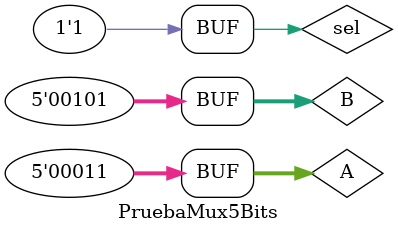
<source format=v>
`timescale 1ns / 1ps


module PruebaMux5Bits;
	//Objetibo de la prueba
	//Verificar el correcto funncionamiento del MUX de 2 entradas con 5 bits
	
	// Inputs
	reg [4:0] A;
	reg [4:0] B;
	reg sel;

	// Outputs
	wire [4:0] O;

	// Instantiate the Unit Under Test (UUT)
	Mux5Bits uut (
		.A(A), 
		.B(B), 
		.O(O), 
		.sel(sel)
	);

	initial begin
		// Initialize Inputs
		A = 0;
		B = 0;
		sel = 0;

		// Wait 100 ns for global reset to finish
		#100;
		
		A = 3;
		B = 5;
		
		// La salida debe ser A
		
		#20; sel = 1;
		
		// La salida debe ser B

	end
      
endmodule


</source>
